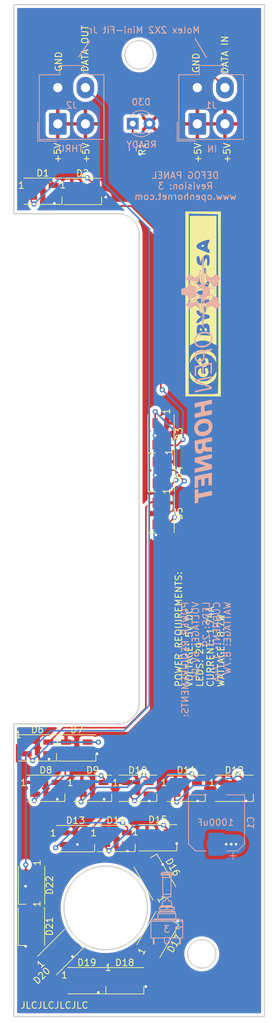
<source format=kicad_pcb>
(kicad_pcb (version 20211014) (generator pcbnew)
  (title_block (title "DEFOT PANEL") (date "2023-02-10") (rev "3"))
  (layers (0 "F.Cu" signal) (31 "B.Cu" signal) (34 "B.Paste" user) (35 "F.Paste" user) (36 "B.SilkS" user "B.Silkscreen") (37 "F.SilkS" user "F.Silkscreen") (38 "B.Mask" user) (39 "F.Mask" user) (44 "Edge.Cuts" user))
  (net 0 "")
  (net 1 "/LEDGND")
  (net 2 "/LED+5V")
  (net 3 "Net-(D1-Pad2)")
  (net 4 "/DATAIN")
  (net 5 "Net-(D2-Pad2)")
  (net 6 "Net-(D3-Pad2)")
  (net 7 "Net-(D4-Pad2)")
  (net 8 "Net-(D5-Pad2)")
  (net 9 "Net-(D6-Pad2)")
  (net 10 "Net-(D7-Pad2)")
  (net 11 "Net-(D8-Pad2)")
  (net 12 "Net-(D10-Pad4)")
  (net 13 "Net-(D10-Pad2)")
  (net 14 "Net-(D11-Pad2)")
  (net 15 "/DATAOUT1")
  (net 16 "Net-(D13-Pad2)")
  (net 17 "Net-(D14-Pad2)")
  (net 18 "Net-(D15-Pad2)")
  (net 19 "Net-(D16-Pad2)")
  (net 20 "Net-(D17-Pad2)")
  (net 21 "Net-(D18-Pad2)")
  (net 22 "Net-(D19-Pad2)")
  (net 23 "Net-(D20-Pad2)")
  (net 24 "Net-(D21-Pad2)")
  (net 25 "/DATAOUT")
  (net 26 "Net-(D30-Pad1)")
  (footprint "OH_Footprints:LED_WS2812B-MINI_PLCC4_3.5x3.5mm_P1.75mm" (layer "F.Cu") (at 125.05 59.045)
    (fp_text reference "D1" (at 0 -2.75) (layer "F.SilkS"))
    (fp_text value "WS2812B-Mini")
    (fp_text user "1" (at -3.260882 -0.892716) (layer "F.SilkS"))
    (pad "1" smd rect (at -1.64 -0.89) (size 1.5 0.8) (layers "F.Cu" "F.Paste" "F.Mask") (net 2 "/LED+5V"))
    (pad "2" smd rect (at -1.64 0.89) (size 1.5 0.8) (layers "F.Cu" "F.Paste" "F.Mask") (net 3 "Net-(D1-Pad2)"))
    (pad "3" smd rect (at 1.64 0.89) (size 1.5 0.8) (layers "F.Cu" "F.Paste" "F.Mask") (net 1 "/LEDGND"))
    (pad "4" smd rect (at 1.64 -0.89) (size 1.5 0.8) (layers "F.Cu" "F.Paste" "F.Mask") (net 4 "/DATAIN"))
  )
  (footprint "OH_Footprints:LED_WS2812B-MINI_PLCC4_3.5x3.5mm_P1.75mm" (layer "F.Cu") (at 131.08 59.08)
    (fp_text reference "D2" (at 0 -2.75) (layer "F.SilkS"))
    (fp_text value "WS2812B-Mini")
    (fp_text user "1" (at -2.999579 -0.975522) (layer "F.SilkS"))
    (pad "1" smd rect (at -1.64 -0.89) (size 1.5 0.8) (layers "F.Cu" "F.Paste" "F.Mask") (net 2 "/LED+5V"))
    (pad "2" smd rect (at -1.64 0.89) (size 1.5 0.8) (layers "F.Cu" "F.Paste" "F.Mask") (net 5 "Net-(D2-Pad2)"))
    (pad "3" smd rect (at 1.64 0.89) (size 1.5 0.8) (layers "F.Cu" "F.Paste" "F.Mask") (net 1 "/LEDGND"))
    (pad "4" smd rect (at 1.64 -0.89) (size 1.5 0.8) (layers "F.Cu" "F.Paste" "F.Mask") (net 3 "Net-(D1-Pad2)"))
  )
  (footprint "OH_Footprints:LED_WS2812B-MINI_PLCC4_3.5x3.5mm_P1.75mm" (layer "F.Cu") (at 143.005 95.89 -90)
    (fp_text reference "D3" (at 0 -2.75 -90) (layer "F.SilkS"))
    (fp_text value "WS2812B-Mini")
    (fp_text user "1" (at -3.4 -0.85 -90) (layer "F.SilkS"))
    (pad "1" smd rect (at -1.64 -0.89 270) (size 1.5 0.8) (layers "F.Cu" "F.Paste" "F.Mask") (net 2 "/LED+5V"))
    (pad "2" smd rect (at -1.64 0.89 270) (size 1.5 0.8) (layers "F.Cu" "F.Paste" "F.Mask") (net 6 "Net-(D3-Pad2)"))
    (pad "3" smd rect (at 1.64 0.89 270) (size 1.5 0.8) (layers "F.Cu" "F.Paste" "F.Mask") (net 1 "/LEDGND"))
    (pad "4" smd rect (at 1.64 -0.89 270) (size 1.5 0.8) (layers "F.Cu" "F.Paste" "F.Mask") (net 5 "Net-(D2-Pad2)"))
  )
  (footprint "OH_Footprints:LED_WS2812B-MINI_PLCC4_3.5x3.5mm_P1.75mm" (layer "F.Cu") (at 143.035 101.78 -90)
    (fp_text reference "D4" (at 0 -2.75 -90) (layer "F.SilkS"))
    (fp_text value "WS2812B-Mini")
    (fp_text user "1" (at -3.08926 -1.189424 -90) (layer "F.SilkS"))
    (pad "1" smd rect (at -1.64 -0.89 270) (size 1.5 0.8) (layers "F.Cu" "F.Paste" "F.Mask") (net 2 "/LED+5V"))
    (pad "2" smd rect (at -1.64 0.89 270) (size 1.5 0.8) (layers "F.Cu" "F.Paste" "F.Mask") (net 7 "Net-(D4-Pad2)"))
    (pad "3" smd rect (at 1.64 0.89 270) (size 1.5 0.8) (layers "F.Cu" "F.Paste" "F.Mask") (net 1 "/LEDGND"))
    (pad "4" smd rect (at 1.64 -0.89 270) (size 1.5 0.8) (layers "F.Cu" "F.Paste" "F.Mask") (net 6 "Net-(D3-Pad2)"))
  )
  (footprint "OH_Footprints:LED_WS2812B-MINI_PLCC4_3.5x3.5mm_P1.75mm" (layer "F.Cu") (at 143.015 108 -90)
    (fp_text reference "D5" (at 0 -2.75 -90) (layer "F.SilkS"))
    (fp_text value "WS2812B-Mini")
    (fp_text user "1" (at -3.4 -0.85 -90) (layer "F.SilkS"))
    (pad "1" smd rect (at -1.64 -0.89 270) (size 1.5 0.8) (layers "F.Cu" "F.Paste" "F.Mask") (net 2 "/LED+5V"))
    (pad "2" smd rect (at -1.64 0.89 270) (size 1.5 0.8) (layers "F.Cu" "F.Paste" "F.Mask") (net 8 "Net-(D5-Pad2)"))
    (pad "3" smd rect (at 1.64 0.89 270) (size 1.5 0.8) (layers "F.Cu" "F.Paste" "F.Mask") (net 1 "/LEDGND"))
    (pad "4" smd rect (at 1.64 -0.89 270) (size 1.5 0.8) (layers "F.Cu" "F.Paste" "F.Mask") (net 7 "Net-(D4-Pad2)"))
  )
  (footprint "OH_Footprints:LED_WS2812B-MINI_PLCC4_3.5x3.5mm_P1.75mm" (layer "F.Cu") (at 124.23 143.585)
    (fp_text reference "D6" (at 0 -2.75) (layer "F.SilkS"))
    (fp_text value "WS2812B-Mini")
    (fp_text user "1" (at -2.9 -2) (layer "F.SilkS"))
    (pad "1" smd rect (at -1.64 -0.89) (size 1.5 0.8) (layers "F.Cu" "F.Paste" "F.Mask") (net 2 "/LED+5V"))
    (pad "2" smd rect (at -1.64 0.89) (size 1.5 0.8) (layers "F.Cu" "F.Paste" "F.Mask") (net 9 "Net-(D6-Pad2)"))
    (pad "3" smd rect (at 1.64 0.89) (size 1.5 0.8) (layers "F.Cu" "F.Paste" "F.Mask") (net 1 "/LEDGND"))
    (pad "4" smd rect (at 1.64 -0.89) (size 1.5 0.8) (layers "F.Cu" "F.Paste" "F.Mask") (net 8 "Net-(D5-Pad2)"))
  )
  (footprint "OH_Footprints:LED_WS2812B-MINI_PLCC4_3.5x3.5mm_P1.75mm" (layer "F.Cu") (at 130.21 143.59)
    (fp_text reference "D7" (at 0 -2.75) (layer "F.SilkS"))
    (fp_text value "WS2812B-Mini")
    (fp_text user "1" (at -2.964964 -0.84522) (layer "F.SilkS"))
    (pad "1" smd rect (at -1.64 -0.89) (size 1.5 0.8) (layers "F.Cu" "F.Paste" "F.Mask") (net 2 "/LED+5V"))
    (pad "2" smd rect (at -1.64 0.89) (size 1.5 0.8) (layers "F.Cu" "F.Paste" "F.Mask") (net 10 "Net-(D7-Pad2)"))
    (pad "3" smd rect (at 1.64 0.89) (size 1.5 0.8) (layers "F.Cu" "F.Paste" "F.Mask") (net 1 "/LEDGND"))
    (pad "4" smd rect (at 1.64 -0.89) (size 1.5 0.8) (layers "F.Cu" "F.Paste" "F.Mask") (net 9 "Net-(D6-Pad2)"))
  )
  (footprint "OH_Footprints:LED_WS2812B-MINI_PLCC4_3.5x3.5mm_P1.75mm" (layer "F.Cu") (at 125.504 149.719)
    (fp_text reference "D8" (at 0 -2.75) (layer "F.SilkS"))
    (fp_text value "WS2812B-Mini")
    (fp_text user "1" (at -3.4 -0.85) (layer "F.SilkS"))
    (pad "1" smd rect (at -1.64 -0.89) (size 1.5 0.8) (layers "F.Cu" "F.Paste" "F.Mask") (net 2 "/LED+5V"))
    (pad "2" smd rect (at -1.64 0.89) (size 1.5 0.8) (layers "F.Cu" "F.Paste" "F.Mask") (net 11 "Net-(D8-Pad2)"))
    (pad "3" smd rect (at 1.64 0.89) (size 1.5 0.8) (layers "F.Cu" "F.Paste" "F.Mask") (net 1 "/LEDGND"))
    (pad "4" smd rect (at 1.64 -0.89) (size 1.5 0.8) (layers "F.Cu" "F.Paste" "F.Mask") (net 10 "Net-(D7-Pad2)"))
  )
  (footprint "OH_Footprints:LED_WS2812B-MINI_PLCC4_3.5x3.5mm_P1.75mm" (layer "F.Cu") (at 132.616 149.719)
    (fp_text reference "D9" (at 0 -2.75) (layer "F.SilkS"))
    (fp_text value "WS2812B-Mini")
    (fp_text user "1" (at -3.4 -0.85) (layer "F.SilkS"))
    (pad "1" smd rect (at -1.64 -0.89) (size 1.5 0.8) (layers "F.Cu" "F.Paste" "F.Mask") (net 2 "/LED+5V"))
    (pad "2" smd rect (at -1.64 0.89) (size 1.5 0.8) (layers "F.Cu" "F.Paste" "F.Mask") (net 12 "Net-(D10-Pad4)"))
    (pad "3" smd rect (at 1.64 0.89) (size 1.5 0.8) (layers "F.Cu" "F.Paste" "F.Mask") (net 1 "/LEDGND"))
    (pad "4" smd rect (at 1.64 -0.89) (size 1.5 0.8) (layers "F.Cu" "F.Paste" "F.Mask") (net 11 "Net-(D8-Pad2)"))
  )
  (footprint "OH_Footprints:LED_WS2812B-MINI_PLCC4_3.5x3.5mm_P1.75mm" (layer "F.Cu") (at 139.474 149.719)
    (fp_text reference "D10" (at 0 -2.75) (layer "F.SilkS"))
    (fp_text value "WS2812B-Mini")
    (fp_text user "1" (at -3.4 -0.85) (layer "F.SilkS"))
    (pad "1" smd rect (at -1.64 -0.89) (size 1.5 0.8) (layers "F.Cu" "F.Paste" "F.Mask") (net 2 "/LED+5V"))
    (pad "2" smd rect (at -1.64 0.89) (size 1.5 0.8) (layers "F.Cu" "F.Paste" "F.Mask") (net 13 "Net-(D10-Pad2)"))
    (pad "3" smd rect (at 1.64 0.89) (size 1.5 0.8) (layers "F.Cu" "F.Paste" "F.Mask") (net 1 "/LEDGND"))
    (pad "4" smd rect (at 1.64 -0.89) (size 1.5 0.8) (layers "F.Cu" "F.Paste" "F.Mask") (net 12 "Net-(D10-Pad4)"))
  )
  (footprint "OH_Footprints:LED_WS2812B-MINI_PLCC4_3.5x3.5mm_P1.75mm" (layer "F.Cu") (at 146.84 149.719)
    (fp_text reference "D11" (at 0 -2.75) (layer "F.SilkS"))
    (fp_text value "WS2812B-Mini")
    (fp_text user "1" (at -3.4 -0.85) (layer "F.SilkS"))
    (pad "1" smd rect (at -1.64 -0.89) (size 1.5 0.8) (layers "F.Cu" "F.Paste" "F.Mask") (net 2 "/LED+5V"))
    (pad "2" smd rect (at -1.64 0.89) (size 1.5 0.8) (layers "F.Cu" "F.Paste" "F.Mask") (net 14 "Net-(D11-Pad2)"))
    (pad "3" smd rect (at 1.64 0.89) (size 1.5 0.8) (layers "F.Cu" "F.Paste" "F.Mask") (net 1 "/LEDGND"))
    (pad "4" smd rect (at 1.64 -0.89) (size 1.5 0.8) (layers "F.Cu" "F.Paste" "F.Mask") (net 13 "Net-(D10-Pad2)"))
  )
  (footprint "OH_Footprints:LED_WS2812B-MINI_PLCC4_3.5x3.5mm_P1.75mm" (layer "F.Cu") (at 154.15 149.719)
    (fp_text reference "D12" (at 0 -2.75) (layer "F.SilkS"))
    (fp_text value "WS2812B-Mini")
    (fp_text user "1" (at -3.4 -0.85) (layer "F.SilkS"))
    (pad "1" smd rect (at -1.64 -0.89) (size 1.5 0.8) (layers "F.Cu" "F.Paste" "F.Mask") (net 2 "/LED+5V"))
    (pad "2" smd rect (at -1.64 0.89) (size 1.5 0.8) (layers "F.Cu" "F.Paste" "F.Mask") (net 15 "/DATAOUT1"))
    (pad "3" smd rect (at 1.64 0.89) (size 1.5 0.8) (layers "F.Cu" "F.Paste" "F.Mask") (net 1 "/LEDGND"))
    (pad "4" smd rect (at 1.64 -0.89) (size 1.5 0.8) (layers "F.Cu" "F.Paste" "F.Mask") (net 14 "Net-(D11-Pad2)"))
  )
  (footprint "OH_Footprints:LED_WS2812B-MINI_PLCC4_3.5x3.5mm_P1.75mm" (layer "F.Cu") (at 130.02 157.367)
    (fp_text reference "D13" (at 0 -2.75) (layer "F.SilkS"))
    (fp_text value "WS2812B-Mini")
    (fp_text user "1" (at -3.4 -0.85) (layer "F.SilkS"))
    (pad "1" smd rect (at -1.64 -0.89) (size 1.5 0.8) (layers "F.Cu" "F.Paste" "F.Mask") (net 2 "/LED+5V"))
    (pad "2" smd rect (at -1.64 0.89) (size 1.5 0.8) (layers "F.Cu" "F.Paste" "F.Mask") (net 16 "Net-(D13-Pad2)"))
    (pad "3" smd rect (at 1.64 0.89) (size 1.5 0.8) (layers "F.Cu" "F.Paste" "F.Mask") (net 1 "/LEDGND"))
    (pad "4" smd rect (at 1.64 -0.89) (size 1.5 0.8) (layers "F.Cu" "F.Paste" "F.Mask") (net 15 "/DATAOUT1"))
  )
  (footprint "OH_Footprints:LED_WS2812B-MINI_PLCC4_3.5x3.5mm_P1.75mm" (layer "F.Cu") (at 136.172 157.339)
    (fp_text reference "D14" (at 0 -2.75) (layer "F.SilkS"))
    (fp_text value "WS2812B-Mini")
    (fp_text user "1" (at -3.4 -0.85) (layer "F.SilkS"))
    (pad "1" smd rect (at -1.64 -0.89) (size 1.5 0.8) (layers "F.Cu" "F.Paste" "F.Mask") (net 2 "/LED+5V"))
    (pad "2" smd rect (at -1.64 0.89) (size 1.5 0.8) (layers "F.Cu" "F.Paste" "F.Mask") (net 17 "Net-(D14-Pad2)"))
    (pad "3" smd rect (at 1.64 0.89) (size 1.5 0.8) (layers "F.Cu" "F.Paste" "F.Mask") (net 1 "/LEDGND"))
    (pad "4" smd rect (at 1.64 -0.89) (size 1.5 0.8) (layers "F.Cu" "F.Paste" "F.Mask") (net 16 "Net-(D13-Pad2)"))
  )
  (footprint "OH_Footprints:LED_WS2812B-MINI_PLCC4_3.5x3.5mm_P1.75mm" (layer "F.Cu") (at 142.522 157.226)
    (fp_text reference "D15" (at 0 -2.75) (layer "F.SilkS"))
    (fp_text value "WS2812B-Mini")
    (fp_text user "1" (at -3.4 -0.85) (layer "F.SilkS"))
    (pad "1" smd rect (at -1.64 -0.89) (size 1.5 0.8) (layers "F.Cu" "F.Paste" "F.Mask") (net 2 "/LED+5V"))
    (pad "2" smd rect (at -1.64 0.89) (size 1.5 0.8) (layers "F.Cu" "F.Paste" "F.Mask") (net 18 "Net-(D15-Pad2)"))
    (pad "3" smd rect (at 1.64 0.89) (size 1.5 0.8) (layers "F.Cu" "F.Paste" "F.Mask") (net 1 "/LEDGND"))
    (pad "4" smd rect (at 1.64 -0.89) (size 1.5 0.8) (layers "F.Cu" "F.Paste" "F.Mask") (net 17 "Net-(D14-Pad2)"))
  )
  (footprint "OH_Footprints:LED_WS2812B-MINI_PLCC4_3.5x3.5mm_P1.75mm" (layer "F.Cu") (at 123.335 164.43 -90)
    (fp_text reference "D22" (at 0 -2.75 -90) (layer "F.SilkS"))
    (fp_text value "WS2812B-Mini")
    (fp_text user "1" (at -3.4 -0.85 -90) (layer "F.SilkS"))
    (pad "1" smd rect (at -1.64 -0.89 270) (size 1.5 0.8) (layers "F.Cu" "F.Paste" "F.Mask") (net 2 "/LED+5V"))
    (pad "2" smd rect (at -1.64 0.89 270) (size 1.5 0.8) (layers "F.Cu" "F.Paste" "F.Mask") (net 25 "/DATAOUT"))
    (pad "3" smd rect (at 1.64 0.89 270) (size 1.5 0.8) (layers "F.Cu" "F.Paste" "F.Mask") (net 1 "/LEDGND"))
    (pad "4" smd rect (at 1.64 -0.89 270) (size 1.5 0.8) (layers "F.Cu" "F.Paste" "F.Mask") (net 24 "Net-(D21-Pad2)"))
  )
  (footprint "OH_Footprints:LED_WS2812B-MINI_PLCC4_3.5x3.5mm_P1.75mm" (layer "F.Cu") (at 123.315 170.69 -90)
    (fp_text reference "D21" (at 0 -2.75 -90) (layer "F.SilkS"))
    (fp_text value "WS2812B-Mini")
    (fp_text user "1" (at -3.4 -0.85 -90) (layer "F.SilkS"))
    (pad "1" smd rect (at -1.64 -0.89 270) (size 1.5 0.8) (layers "F.Cu" "F.Paste" "F.Mask") (net 2 "/LED+5V"))
    (pad "2" smd rect (at -1.64 0.89 270) (size 1.5 0.8) (layers "F.Cu" "F.Paste" "F.Mask") (net 24 "Net-(D21-Pad2)"))
    (pad "3" smd rect (at 1.64 0.89 270) (size 1.5 0.8) (layers "F.Cu" "F.Paste" "F.Mask") (net 1 "/LEDGND"))
    (pad "4" smd rect (at 1.64 -0.89 270) (size 1.5 0.8) (layers "F.Cu" "F.Paste" "F.Mask") (net 23 "Net-(D20-Pad2)"))
  )
  (footprint "OH_Footprints:R_0603_1608Metric" (layer "F.Cu") (at 138.72 52.66 -90)
    (fp_text reference "R1" (at 0 -1.43 -90) (layer "F.SilkS"))
    (fp_text value "R")
    (pad "1" smd roundrect (at -0.825 0 270) (size 0.8 0.95) (layers "F.Cu" "F.Paste" "F.Mask") (net 26 "Net-(D30-Pad1)"))
    (pad "2" smd roundrect (at 0.825 0 270) (size 0.8 0.95) (layers "F.Cu" "F.Paste" "F.Mask") (net 1 "/LEDGND"))
  )
  (footprint "OH_Footprints:LED_WS2812B-MINI_PLCC4_3.5x3.5mm_P1.75mm" (layer "F.Cu") (at 142.53 171.935 60)
    (fp_text reference "D17" (at 0.087525 2.883288 60) (layer "F.SilkS"))
    (fp_text value "WS2812B-Mini")
    (fp_text user "1" (at -3.4 -0.85 60) (layer "F.SilkS"))
    (pad "1" smd rect (at -1.64 -0.89 60) (size 1.5 0.8) (layers "F.Cu" "F.Paste" "F.Mask") (net 2 "/LED+5V"))
    (pad "2" smd rect (at -1.64 0.89 60) (size 1.5 0.8) (layers "F.Cu" "F.Paste" "F.Mask") (net 20 "Net-(D17-Pad2)"))
    (pad "3" smd rect (at 1.64 0.89 60) (size 1.5 0.8) (layers "F.Cu" "F.Paste" "F.Mask") (net 1 "/LEDGND"))
    (pad "4" smd rect (at 1.64 -0.89 60) (size 1.5 0.8) (layers "F.Cu" "F.Paste" "F.Mask") (net 19 "Net-(D16-Pad2)"))
  )
  (footprint "OH_Footprints:LED_WS2812B-MINI_PLCC4_3.5x3.5mm_P1.75mm" (layer "F.Cu") (at 142.097 163.202 120)
    (fp_text reference "D16" (at -0.044105 3.094001 120) (layer "F.SilkS"))
    (fp_text value "WS2812B-Mini")
    (fp_text user "1" (at -3.4 -0.85 120) (layer "F.SilkS"))
    (pad "1" smd rect (at -1.64 -0.89 120) (size 1.5 0.8) (layers "F.Cu" "F.Paste" "F.Mask") (net 2 "/LED+5V"))
    (pad "2" smd rect (at -1.64 0.89 120) (size 1.5 0.8) (layers "F.Cu" "F.Paste" "F.Mask") (net 19 "Net-(D16-Pad2)"))
    (pad "3" smd rect (at 1.64 0.89 120) (size 1.5 0.8) (layers "F.Cu" "F.Paste" "F.Mask") (net 1 "/LEDGND"))
    (pad "4" smd rect (at 1.64 -0.89 120) (size 1.5 0.8) (layers "F.Cu" "F.Paste" "F.Mask") (net 18 "Net-(D15-Pad2)"))
  )
  (footprint "OH_Footprints:LED_WS2812B-MINI_PLCC4_3.5x3.5mm_P1.75mm" (layer "F.Cu") (at 127.724 174.599 45)
    (fp_text reference "D20" (at -4.537865 0.53245 45) (layer "F.SilkS"))
    (fp_text value "WS2812B-Mini")
    (fp_text user "1" (at -3.4 -0.85 45) (layer "F.SilkS"))
    (pad "1" smd rect (at -1.64 -0.89 45) (size 1.5 0.8) (layers "F.Cu" "F.Paste" "F.Mask") (net 2 "/LED+5V"))
    (pad "2" smd rect (at -1.64 0.89 45) (size 1.5 0.8) (layers "F.Cu" "F.Paste" "F.Mask") (net 23 "Net-(D20-Pad2)"))
    (pad "3" smd rect (at 1.64 0.89 45) (size 1.5 0.8) (layers "F.Cu" "F.Paste" "F.Mask") (net 1 "/LEDGND"))
    (pad "4" smd rect (at 1.64 -0.89 45) (size 1.5 0.8) (layers "F.Cu" "F.Paste" "F.Mask") (net 22 "Net-(D19-Pad2)"))
  )
  (footprint "OH_Footprints:LED_WS2812B-MINI_PLCC4_3.5x3.5mm_P1.75mm" (layer "F.Cu") (at 131.73 178.935)
    (fp_text reference "D19" (at 0 -2.75) (layer "F.SilkS"))
    (fp_text value "WS2812B-Mini")
    (fp_text user "1" (at -3.4 -0.85) (layer "F.SilkS"))
    (pad "1" smd rect (at -1.64 -0.89) (size 1.5 0.8) (layers "F.Cu" "F.Paste" "F.Mask") (net 2 "/LED+5V"))
    (pad "2" smd rect (at -1.64 0.89) (size 1.5 0.8) (layers "F.Cu" "F.Paste" "F.Mask") (net 22 "Net-(D19-Pad2)"))
    (pad "3" smd rect (at 1.64 0.89) (size 1.5 0.8) (layers "F.Cu" "F.Paste" "F.Mask") (net 1 "/LEDGND"))
    (pad "4" smd rect (at 1.64 -0.89) (size 1.5 0.8) (layers "F.Cu" "F.Paste" "F.Mask") (net 21 "Net-(D18-Pad2)"))
  )
  (footprint "OH_Footprints:LED_WS2812B-MINI_PLCC4_3.5x3.5mm_P1.75mm" (layer "F.Cu") (at 137.497 178.947)
    (fp_text reference "D18" (at 0 -2.75) (layer "F.SilkS"))
    (fp_text value "WS2812B-Mini")
    (fp_text user "1" (at -2.50443 -2.012) (layer "F.SilkS"))
    (pad "1" smd rect (at -1.64 -0.89) (size 1.5 0.8) (layers "F.Cu" "F.Paste" "F.Mask") (net 2 "/LED+5V"))
    (pad "2" smd rect (at -1.64 0.89) (size 1.5 0.8) (layers "F.Cu" "F.Paste" "F.Mask") (net 21 "Net-(D18-Pad2)"))
    (pad "3" smd rect (at 1.64 0.89) (size 1.5 0.8) (layers "F.Cu" "F.Paste" "F.Mask") (net 1 "/LEDGND"))
    (pad "4" smd rect (at 1.64 -0.89) (size 1.5 0.8) (layers "F.Cu" "F.Paste" "F.Mask") (net 20 "Net-(D17-Pad2)"))
  )
  (footprint "OH_General:CC-BY-NC-SA-Small" (layer "F.Cu") (at 149.41 76.25 90)
    (fp_text reference "G1" hide)
    (fp_text value "LOGO" hide)
  )
  (footprint "OH_Backlighting:S3AL_Toggle_Silkscreen" (layer "F.Cu") (at 143.76 168.04)
    (fp_text reference "G2" hide)
    (fp_text value "S3AL Toggle" hide)
    (fp_text user "3" (at 0.125 3.075) (layer "B.SilkS") (effects (justify mirror)))
  )
  (footprint "OH_Footprints:CP_Elec_8x10" (layer "B.Cu") (at 151.45 154.97 90)
    (fp_text reference "C1" (at 0 5.2 270) (layer "B.SilkS") (effects (justify mirror)))
    (fp_text value "C_Polarized")
    (pad "1" smd roundrect (at -3.25 0 90) (size 3.5 2.5) (layers "B.Cu" "B.Paste" "B.Mask") (roundrect_rratio 0.1) (net 2 "/LED+5V"))
    (pad "2" smd roundrect (at 3.25 0 90) (size 3.5 2.5) (layers "B.Cu" "B.Paste" "B.Mask") (roundrect_rratio 0.1) (net 1 "/LEDGND"))
  )
  (footprint "OH_Footprints:LED_D3.0mm" (layer "B.Cu") (at 138.71 48.78)
    (fp_text reference "D30" (at 1.289848 -3.270424 180) (layer "B.SilkS") (effects (justify mirror)))
    (fp_text value "LED")
    (pad "1" thru_hole rect (at 0 0) (size 1.8 1.8) (drill 0.9) (layers *.Cu *.Mask) (net 26 "Net-(D30-Pad1)"))
    (pad "2" thru_hole circle (at 2.54 0) (size 1.8 1.8) (drill 0.9) (layers *.Cu *.Mask) (net 2 "/LED+5V"))
  )
  (footprint "OH_Footprints:Molex_Mini-Fit_Jr_5566-04A_2x02_P4.20mm_Vertical" (layer "B.Cu") (at 148.53 48.82)
    (fp_text reference "J1" (at 2.1 -2.820624 180) (layer "B.SilkS") (effects (justify mirror)))
    (fp_text value "Conn_01x04_Female")
    (pad "1" thru_hole roundrect (at 0 0) (size 2.7 3.3) (drill 1.4) (layers *.Cu *.Mask) (roundrect_rratio 0.09259296296) (net 2 "/LED+5V"))
    (pad "2" thru_hole oval (at 4.2 0) (size 2.7 3.3) (drill 1.4) (layers *.Cu *.Mask) (net 2 "/LED+5V"))
    (pad "3" thru_hole oval (at 0 -5.5) (size 2.7 3.3) (drill 1.4) (layers *.Cu *.Mask) (net 1 "/LEDGND"))
    (pad "4" thru_hole oval (at 4.2 -5.5) (size 2.7 3.3) (drill 1.4) (layers *.Cu *.Mask) (net 4 "/DATAIN"))
  )
  (footprint "OH_Footprints:Molex_Mini-Fit_Jr_5566-04A_2x02_P4.20mm_Vertical" (layer "B.Cu") (at 127.32 48.82)
    (fp_text reference "J2" (at 2.1 -2.820624 180) (layer "B.SilkS") (effects (justify mirror)))
    (fp_text value "Conn_01x04_Female")
    (pad "1" thru_hole roundrect (at 0 0) (size 2.7 3.3) (drill 1.4) (layers *.Cu *.Mask) (roundrect_rratio 0.09259296296) (net 2 "/LED+5V"))
    (pad "2" thru_hole oval (at 4.2 0) (size 2.7 3.3) (drill 1.4) (layers *.Cu *.Mask) (net 2 "/LED+5V"))
    (pad "3" thru_hole oval (at 0 -5.5) (size 2.7 3.3) (drill 1.4) (layers *.Cu *.Mask) (net 1 "/LEDGND"))
    (pad "4" thru_hole oval (at 4.2 -5.5) (size 2.7 3.3) (drill 1.4) (layers *.Cu *.Mask) (net 25 "/DATAOUT"))
  )
  (footprint "OH_General:OH_LOGO_37.7mm_5.9mm" (layer "B.Cu") (at 149.07 87.63 -90)
    (fp_text reference "G3" hide)
    (fp_text value "LOGO" hide)
  )
  (gr_line (start 132.19 36.22) (end 130.5 38.65) (layer "B.SilkS") (width 0.15))
  (gr_line (start 148.2 35.9) (end 149.94 38.78) (layer "B.SilkS") (width 0.15))
  (gr_circle (center 149.209016 174.862625) (end 151.361666 174.862625) (layer "Edge.Cuts") (width 0.2) (fill none))
  (gr_arc (start 139.684016 136.762625) (mid 138.75408 139.007689) (end 136.509016 139.937625) (layer "Edge.Cuts") (width 0.2))
  (gr_line (start 139.684016 65.642626) (end 139.684016 136.762625) (layer "Edge.Cuts") (width 0.2))
  (gr_line (start 136.509016 139.937625) (end 120.634016 139.937625) (layer "Edge.Cuts") (width 0.2))
  (gr_line (start 158.734016 30.717627) (end 120.634016 30.717627) (layer "Edge.Cuts") (width 0.2))
  (gr_circle (center 139.684016 38.337625) (end 141.836666 38.337625) (layer "Edge.Cuts") (width 0.2) (fill none))
  (gr_line (start 120.634016 62.467625) (end 136.509016 62.467625) (layer "Edge.Cuts") (width 0.2))
  (gr_line (start 120.634016 139.937625) (end 120.634016 184.387625) (layer "Edge.Cuts") (width 0.2))
  (gr_circle (center 134.604016 167.877625) (end 140.954016 167.877625) (layer "Edge.Cuts") (width 0.2) (fill none))
  (gr_line (start 158.734016 184.387625) (end 158.734016 30.717627) (layer "Edge.Cuts") (width 0.2))
  (gr_line (start 120.634016 30.717627) (end 120.634016 62.467628) (layer "Edge.Cuts") (width 0.2))
  (gr_arc (start 136.509016 62.467625) (mid 138.75408 63.397561) (end 139.684016 65.642625) (layer "Edge.Cuts") (width 0.2))
  (gr_line (start 120.634016 184.387625) (end 158.734016 184.387625) (layer "Edge.Cuts") (width 0.2))
  (gr_text "DEFOG PANEL\nRevision: 3\nwww.openhornet.com" (at 146.72 58.25) (layer "B.SilkS") (effects (font (size 1 1)) (justify mirror)))
  (gr_text "POWER REQUIREMENTS:\nVOLTAGE: 5V DC\nLEDS: 29\nCURRENT: 1.74A\nWATTAGE: 8.7W" (at 149.9 121.28 90) (layer "B.SilkS") (effects (font (size 1 1)) (justify left mirror)))
  (gr_text "THRU" (at 129.26 52.59) (layer "B.SilkS") (effects (font (size 1 1)) (justify mirror)))
  (gr_text "READY" (at 140.05 51.97) (layer "B.SilkS") (effects (font (size 1 1)) (justify mirror)))
  (gr_text "IN" (at 150.79 52.65) (layer "B.SilkS") (effects (font (size 1 1)) (justify mirror)))
  (gr_text "1000uF" (at 151.3 154.91) (layer "B.SilkS") (effects (font (size 1 1)) (justify mirror)))
  (gr_text "Molex 2X2 Mini-Fit Jr." (at 140.24 34.58) (layer "B.SilkS") (effects (font (size 1 1)) (justify mirror)))
  (gr_text "GND" (at 148.34 39.57 90) (layer "F.SilkS") (effects (font (size 1 1))))
  (gr_text "DATA IN" (at 152.72 38.31 90) (layer "F.SilkS") (effects (font (size 1 1))))
  (gr_text "+5V" (at 148.61 53.21 90) (layer "F.SilkS") (effects (font (size 1 1))))
  (gr_text "POWER REQUIREMENTS:\nVOLTAGE: 5V DC\nLEDS: 29\nCURRENT: 1.74A\nWATTAGE: 8.7W" (at 148.91 134.42 90) (layer "F.SilkS") (effects (font (size 1 1)) (justify left)))
  (gr_text "GND" (at 127.45 39.36 90) (layer "F.SilkS") (effects (font (size 1 1))))
  (gr_text "+5V" (at 153.05 53.21 90) (layer "F.SilkS") (effects (font (size 1 1))))
  (gr_text "DATA OUT" (at 131.46 37.38 90) (layer "F.SilkS") (effects (font (size 1 1))))
  (gr_text "+5V" (at 131.62 53.21 90) (layer "F.SilkS") (effects (font (size 1 1))))
  (gr_text "+5V" (at 127.29 53.21 90) (layer "F.SilkS") (effects (font (size 1 1))))
  (gr_text "JLCJLCJLCJLC" (at 126.8 182.675) (layer "F.SilkS") (effects (font (size 1 1))))
  (segment (start 137.922 159.258) (end 137.922 159.258) (width 0.5) (layer "F.Cu") (net 1))
  (segment (start 142.16 103.53) (end 142.16 102.188) (width 0.5) (layer "F.Cu") (net 1))
  (segment (start 137.922 158.214) (end 137.922 159.258) (width 0.5) (layer "F.Cu") (net 1))
  (segment (start 129.56 174.62) (end 129.54 175.26) (width 0.5) (layer "F.Cu") (net 1))
  (segment (start 144.163 170.857) (end 144.6285 170.3915) (width 0.5) (layer "F.Cu") (net 1))
  (segment (start 141.224 150.594) (end 141.224 151.638) (width 0.5) (layer "F.Cu") (net 1))
  (segment (start 142.618 161.2695) (end 143.256 161.29) (width 0.5) (layer "F.Cu") (net 1))
  (segment (start 145.094 169.926) (end 145.542 169.926) (width 0.5) (layer "F.Cu") (net 1))
  (segment (start 144.6285 170.3915) (end 144.6283 170.3915) (width 0.5) (layer "F.Cu") (net 1))
  (segment (start 133.48 179.81) (end 133.48 180.724) (width 0.5) (layer "F.Cu") (net 1))
  (segment (start 129.56 174.62) (end 129.5802 174.5998) (width 0.5) (layer "F.Cu") (net 1))
  (segment (start 148.59 150.594) (end 148.59 151.638) (width 0.5) (layer "F.Cu") (net 1))
  (segment (start 155.956 151.638) (end 155.9 151.582) (width 0.5) (layer "F.Cu") (net 1))
  (segment (start 131.77 158.242) (end 130.302 158.242) (width 0.5) (layer "F.Cu") (net 1))
  (segment (start 142.0003 161.2695) (end 141.9798 161.249) (width 0.5) (layer "F.Cu") (net 1))
  (segment (start 141.98 161.249) (end 142.618 161.2695) (width 0.5) (layer "F.Cu") (net 1))
  (segment (start 134.366 150.594) (end 134.366 151.384) (width 0.5) (layer "F.Cu") (net 1))
  (segment (start 122.44 172.44) (end 122.44 173.724) (width 0.5) (layer "F.Cu") (net 1))
  (segment (start 127.254 150.594) (end 127.254 151.384) (width 0.5) (layer "F.Cu") (net 1))
  (segment (start 129.58 173.98) (end 129.56 174.62) (width 0.5) (layer "F.Cu") (net 1))
  (segment (start 125.98 144.46) (end 125.984 145.288) (width 0.5) (layer "F.Cu") (net 1))
  (segment (start 138.72 53.4475) (end 139.808 53.4475) (width 0.5) (layer "F.Cu") (net 1))
  (segment (start 144.6283 170.3915) (end 144.1628 170.857) (width 0.5) (layer "F.Cu") (net 1))
  (segment (start 142.618 161.2695) (end 142.0003 161.2695) (width 0.5) (layer "F.Cu") (net 1))
  (segment (start 144.6285 170.3915) (end 145.094 169.926) (width 0.5) (layer "F.Cu") (net 1))
  (segment (start 144.272 158.101) (end 145.401 158.101) (width 0.5) (layer "F.Cu") (net 1))
  (segment (start 139.247 179.822) (end 140.706 179.822) (width 0.5) (layer "F.Cu") (net 1))
  (segment (start 142.14 109.75) (end 142.24 111.252) (width 0.5) (layer "F.Cu") (net 1))
  (segment (start 143.256 161.29) (end 143.215 161.249) (width 0.5) (layer "F.Cu") (net 1))
  (segment (start 155.9 150.594) (end 155.956 151.638) (width 0.5) (layer "F.Cu") (net 1))
  (segment (start 132.83 59.955) (end 134.609 59.955) (width 0.5) (layer "F.Cu") (net 1))
  (segment (start 126.8 59.92) (end 126.8 60.9) (width 0.5) (layer "F.Cu") (net 1))
  (segment (start 129.5802 174.5998) (end 129.5802 173.9803) (width 0.5) (layer "F.Cu") (net 1))
  (segment (start 131.96 144.465) (end 133.289 144.465) (width 0.5) (layer "F.Cu") (net 1))
  (segment (start 122.428 164.592) (end 122.46 164.624) (width 0.5) (layer "F.Cu") (net 1))
  (segment (start 125.984 145.288) (end 125.98 145.284) (width 0.5) (layer "F.Cu") (net 1))
  (segment (start 122.46 166.18) (end 122.428 164.592) (width 0.5) (layer "F.Cu") (net 1))
  (segment (start 129.54 175.26) (end 129.58 175.22) (width 0.5) (layer "F.Cu") (net 1))
  (segment (start 142.24 111.252) (end 142.14 111.152) (width 0.5) (layer "F.Cu") (net 1))
  (segment (start 142.13 97.64) (end 142.13 96.156) (width 0.5) (layer "F.Cu") (net 1))
  (via (at 129.54 175.26) (size 0.8) (drill 0.4) (layers "F.Cu" "B.Cu") (net 1))
  (via (at 148.59 151.638) (size 0.8) (drill 0.4) (layers "F.Cu" "B.Cu") (net 1))
  (via (at 134.366 151.384) (size 0.8) (drill 0.4) (layers "F.Cu" "B.Cu") (net 1))
  (via (at 145.401 158.101) (size 0.8) (drill 0.4) (layers "F.Cu" "B.Cu") (net 1))
  (via (at 140.706 179.822) (size 0.8) (drill 0.4) (layers "F.Cu" "B.Cu") (net 1))
  (via (at 127.254 151.384) (size 0.8) (drill 0.4) (layers "F.Cu" "B.Cu") (net 1))
  (via (at 143.256 161.29) (size 0.8) (drill 0.4) (layers "F.Cu" "B.Cu") (net 1))
  (via (at 141.224 151.638) (size 0.8) (drill 0.4) (layers "F.Cu" "B.Cu") (net 1))
  (via (at 155.956 151.638) (size 0.8) (drill 0.4) (layers "F.Cu" "B.Cu") (net 1))
  (via (at 145.542 169.926) (size 0.8) (drill 0.4) (layers "F.Cu" "B.Cu") (net 1))
  (via (at 137.922 159.258) (size 0.8) (drill 0.4) (layers "F.Cu" "B.Cu") (net 1))
  (via (at 122.44 173.724) (size 0.8) (drill 0.4) (layers "F.Cu" "B.Cu") (net 1))
  (via (at 125.984 145.288) (size 0.8) (drill 0.4) (layers "F.Cu" "B.Cu") (net 1))
  (via (at 122.428 164.592) (size 0.8) (drill 0.4) (layers "F.Cu" "B.Cu") (net 1))
  (via (at 142.13 96.156) (size 0.8) (drill 0.4) (layers "F.Cu" "B.Cu") (net 1))
  (via (at 134.609 59.955) (size 0.8) (drill 0.4) (layers "F.Cu" "B.Cu") (net 1))
  (via (at 133.48 180.724) (size 0.8) (drill 0.4) (layers "F.Cu" "B.Cu") (net 1))
  (via (at 139.808 53.4475) (size 0.8) (drill 0.4) (layers "F.Cu" "B.Cu") (net 1))
  (via (at 142.16 102.188) (size 0.8) (drill 0.4) (layers "F.Cu" "B.Cu") (net 1))
  (via (at 126.8 60.9) (size 0.8) (drill 0.4) (layers "F.Cu" "B.Cu") (net 1))
  (via (at 133.289 144.465) (size 0.8) (drill 0.4) (layers "F.Cu" "B.Cu") (net 1))
  (via (at 130.302 158.242) (size 0.8) (drill 0.4) (layers "F.Cu" "B.Cu") (net 1))
  (via (at 142.24 111.252) (size 0.8) (drill 0.4) (layers "F.Cu" "B.Cu") (net 1))
  (segment (start 136.144 156.464) (end 136.144 156.464) (width 0.25) (layer "F.Cu") (net 2))
  (segment (start 121.184026 143.229974) (end 121.184026 145.568026) (width 0.5) (layer "F.Cu") (net 2))
  (segment (start 128.46 142.715) (end 128.46 141.796) (width 0.25) (layer "F.Cu") (net 2))
  (segment (start 122.48 142.71) (end 121.704 142.71) (width 0.5) (layer "F.Cu") (net 2))
  (segment (start 134.422 156.464) (end 136.144 156.464) (width 0.25) (layer "F.Cu") (net 2))
  (segment (start 121.184026 145.568026) (end 121.666 146.05) (width 0.5) (layer "F.Cu") (net 2))
  (segment (start 121.704 142.71) (end 121.184026 143.229974) (width 0.5) (layer "F.Cu") (net 2))
  (via (at 152.93 158.22) (size 0.8) (drill 0.4) (layers "F.Cu" "B.Cu") (net 2))
  (via (at 154.41 158.22) (size 0.8) (drill 0.4) (layers "F.Cu" "B.Cu") (net 2))
  (via (at 153.692 158.22) (size 0.8) (drill 0.4) (layers "F.Cu" "B.Cu") (net 2))
  (segment (start 154.41 158.22) (end 154.41 158.22) (width 3) (layer "B.Cu") (net 2))
  (segment (start 153.692 158.22) (end 154.41 158.22) (width 3) (layer "B.Cu") (net 2))
  (segment (start 152.93 158.22) (end 153.692 158.22) (width 3) (layer "B.Cu") (net 2))
  (segment (start 151.45 158.22) (end 152.93 158.22) (width 3) (layer "B.Cu") (net 2))
  (segment (start 123.3 60.6) (end 123.7 61) (width 0.25) (layer "F.Cu") (net 3))
  (segment (start 132.83 58.205) (end 132.83 58.03) (width 0.25) (layer "F.Cu") (net 3))
  (segment (start 123.3 59.92) (end 123.3 60.6) (width 0.25) (layer "F.Cu") (net 3))
  (segment (start 132.83 58.03) (end 131.8 57) (width 0.25) (layer "F.Cu") (net 3))
  (via (at 131.8 57) (size 0.8) (drill 0.4) (layers "F.Cu" "B.Cu") (net 3))
  (via (at 123.7 61) (size 0.8) (drill 0.4) (layers "F.Cu" "B.Cu") (net 3))
  (segment (start 127.7 57) (end 123.7 61) (width 0.25) (layer "B.Cu") (net 3))
  (segment (start 131.8 57) (end 127.7 57) (width 0.25) (layer "B.Cu") (net 3))
  (segment (start 126.492 39.624) (end 124.968 41.148) (width 0.25) (layer "F.Cu") (net 4))
  (segment (start 133.096 39.624) (end 126.492 39.624) (width 0.25) (layer "F.Cu") (net 4))
  (segment (start 126.8 57.966) (end 126.8 58.17) (width 0.25) (layer "F.Cu") (net 4))
  (segment (start 124.968 41.148) (end 124.968 56.134) (width 0.25) (layer "F.Cu") (net 4))
  (segment (start 143.002 42.672) (end 136.144 42.672) (width 0.25) (layer "F.Cu") (net 4))
  (segment (start 152.73 43.32) (end 150.05 40.64) (width 0.25) (layer "F.Cu") (net 4))
  (segment (start 150.05 40.64) (end 145.034 40.64) (width 0.25) (layer "F.Cu") (net 4))
  (segment (start 124.968 56.134) (end 126.8 57.966) (width 0.25) (layer "F.Cu") (net 4))
  (segment (start 136.144 42.672) (end 133.096 39.624) (width 0.25) (layer "F.Cu") (net 4))
  (segment (start 145.034 40.64) (end 143.002 42.672) (width 0.25) (layer "F.Cu") (net 4))
  (segment (start 143.2 89.2) (end 142.9743 88.9743) (width 0.25) (layer "F.Cu") (net 5))
  (segment (start 138.516 61.3) (end 130.5 61.3) (width 0.25) (layer "F.Cu") (net 5))
  (segment (start 145.46 97.64) (end 146.35 96.75) (width 0.25) (layer "F.Cu") (net 5))
  (segment (start 129.33 60.13) (end 129.33 59.955) (width 0.25) (layer "F.Cu") (net 5))
  (segment (start 130.5 61.3) (end 129.33 60.13) (width 0.25) (layer "F.Cu") (net 5))
  (segment (start 143.88 97.64) (end 145.46 97.64) (width 0.25) (layer "F.Cu") (net 5))
  (segment (start 142.9743 88.9743) (end 142.9743 65.7583) (width 0.25) (layer "F.Cu") (net 5))
  (segment (start 142.9743 65.7583) (end 138.516 61.3) (width 0.25) (layer "F.Cu") (net 5))
  (via (at 146.35 96.75) (size 0.8) (drill 0.4) (layers "F.Cu" "B.Cu") (net 5))
  (via (at 143.2 89.2) (size 0.8) (drill 0.4) (layers "F.Cu" "B.Cu") (net 5))
  (segment (start 146.35 92.35) (end 143.2 89.2) (width 0.25) (layer "B.Cu") (net 5))
  (segment (start 146.35 96.75) (end 146.35 92.35) (width 0.25) (layer "B.Cu") (net 5))
  (segment (start 142.13 94.14) (end 142.13 92.53) (width 0.25) (layer "F.Cu") (net 6))
  (segment (start 143.91 103.53) (end 144.67 103.53) (width 0.25) (layer "F.Cu") (net 6))
  (segment (start 144.67 103.53) (end 145.3 102.9) (width 0.25) (layer "F.Cu") (net 6))
  (via (at 142.13 92.53) (size 0.8) (drill 0.4) (layers "F.Cu" "B.Cu") (net 6))
  (via (at 145.3 102.9) (size 0.8) (drill 0.4) (layers "F.Cu" "B.Cu") (net 6))
  (segment (start 145.3 98.252998) (end 145.2 98.152998) (width 0.25) (layer "B.Cu") (net 6))
  (segment (start 145.3 102.9) (end 145.3 98.252998) (width 0.25) (layer "B.Cu") (net 6))
  (segment (start 145.2 95.6) (end 142.13 92.53) (width 0.25) (layer "B.Cu") (net 6))
  (segment (start 145.2 98.152998) (end 145.2 95.6) (width 0.25) (layer "B.Cu") (net 6))
  (segment (start 145.07 108.57) (end 143.89 109.75) (width 0.25) (layer "F.Cu") (net 7))
  (segment (start 145.7 102.2) (end 146.55 103.05) (width 0.25) (layer "F.Cu") (net 7))
  (segment (start 142.16 101.08) (end 142.48 101.4) (width 0.25) (layer "F.Cu") (net 7))
  (segment (start 142.16 100.03) (end 142.16 101.08) (width 0.25) (layer "F.Cu") (net 7))
  (segment (start 145.7 102) (end 145.7 102.2) (width 0.25) (layer "F.Cu") (net 7))
  (segment (start 145.1 101.4) (end 145.7 102) (width 0.25) (layer "F.Cu") (net 7))
  (segment (start 142.48 101.4) (end 145.1 101.4) (width 0.25) (layer "F.Cu") (net 7))
  (via (at 145.07 108.57) (size 0.8) (drill 0.4) (layers "F.Cu" "B.Cu") (net 7))
  (via (at 146.55 103.05) (size 0.8) (drill 0.4) (layers "F.Cu" "B.Cu") (net 7))
  (segment (start 145.07 108.57) (end 145.07 104.53) (width 0.25) (layer "B.Cu") (net 7))
  (segment (start 145.07 104.53) (end 146.55 103.05) (width 0.25) (layer "B.Cu") (net 7))
  (segment (start 140.7061 137.5311) (end 137.7216 140.5156) (width 0.25) (layer "F.Cu") (net 8))
  (segment (start 140.716 107.061) (end 140.716 135.763) (width 0.25) (layer "F.Cu") (net 8))
  (segment (start 128.1744 140.5156) (end 127.7934 140.8966) (width 0.25) (layer "F.Cu") (net 8))
  (segment (start 141.527 106.25) (end 140.716 107.061) (width 0.25) (layer "F.Cu") (net 8))
  (segment (start 142.14 106.25) (end 141.527 106.25) (width 0.25) (layer "F.Cu") (net 8))
  (segment (start 140.7061 135.7729) (end 140.7061 137.5311) (width 0.25) (layer "F.Cu") (net 8))
  (segment (start 140.716 135.763) (end 140.7061 135.7729) (width 0.25) (layer "F.Cu") (net 8))
  (segment (start 137.7216 140.5156) (end 128.1744 140.5156) (width 0.25) (layer "F.Cu") (net 8))
  (segment (start 127.7934 140.8966) (end 125.98 142.71) (width 0.25) (layer "F.Cu") (net 8))
  (segment (start 133.485 142.715) (end 133.485 142.715) (width 0.25) (layer "F.Cu") (net 9))
  (segment (start 131.96 142.715) (end 133.485 142.715) (width 0.25) (layer "F.Cu") (net 9))
  (segment (start 122.48 144.46) (end 122.48 144.48) (width 0.25) (layer "F.Cu") (net 9))
  (segment (start 122.48 144.48) (end 123.5 145.5) (width 0.25) (layer "F.Cu") (net 9))
  (via (at 133.485 142.715) (size 0.8) (drill 0.4) (layers "F.Cu" "B.Cu") (net 9))
  (via (at 123.5 145.5) (size 0.8) (drill 0.4) (layers "F.Cu" "B.Cu") (net 9))
  (segment (start 133.485 142.715) (end 126.285 142.715) (width 0.25) (layer "B.Cu") (net 9))
  (segment (start 126.285 142.715) (end 123.5 145.5) (width 0.25) (layer "B.Cu") (net 9))
  (segment (start 128.46 147.638) (end 127.254 148.844) (width 0.25) (layer "F.Cu") (net 10))
  (segment (start 128.46 144.465) (end 128.46 147.638) (width 0.25) (layer "F.Cu") (net 10))
  (segment (start 123.754 151.554) (end 123.754 151.554) (width 0.25) (layer "F.Cu") (net 11))
  (segment (start 134.366 148.266) (end 133.9 147.8) (width 0.25) (layer "F.Cu") (net 11))
  (segment (start 134.366 148.844) (end 134.366 148.266) (width 0.25) (layer "F.Cu") (net 11))
  (segment (start 123.754 150.594) (end 123.754 151.554) (width 0.25) (layer "F.Cu") (net 11))
  (via (at 133.9 147.8) (size 0.8) (drill 0.4) (layers "F.Cu" "B.Cu") (net 11))
  (via (at 123.754 151.554) (size 0.8) (drill 0.4) (layers "F.Cu" "B.Cu") (net 11))
  (segment (start 133.9 147.8) (end 127.508 147.8) (width 0.25) (layer "B.Cu") (net 11))
  (segment (start 127.508 147.8) (end 123.754 151.554) (width 0.25) (layer "B.Cu") (net 11))
  (segment (start 141.224 148.524) (end 140.4 147.7) (width 0.25) (layer "F.Cu") (net 12))
  (segment (start 130.866 150.594) (end 130.866 151.766) (width 0.25) (layer "F.Cu") (net 12))
  (segment (start 141.224 148.844) (end 141.224 148.524) (width 0.25) (layer "F.Cu") (net 12))
  (via (at 130.866 151.766) (size 0.8) (drill 0.4) (layers "F.Cu" "B.Cu") (net 12))
  (via (at 140.4 147.7) (size 0.8) (drill 0.4) (layers "F.Cu" "B.Cu") (net 12))
  (segment (start 139.574999 148.525001) (end 140.4 147.7) (width 0.25) (layer "B.Cu") (net 12))
  (segment (start 137.866 149.566) (end 138.906999 148.525001) (width 0.25) (layer "B.Cu") (net 12))
  (segment (start 130.866 151.766) (end 133.066 149.566) (width 0.25) (layer "B.Cu") (net 12))
  (segment (start 138.906999 148.525001) (end 139.574999 148.525001) (width 0.25) (layer "B.Cu") (net 12))
  (segment (start 133.066 149.566) (end 137.866 149.566) (width 0.25) (layer "B.Cu") (net 12))
  (segment (start 137.994 150.594) (end 139 151.6) (width 0.25) (layer "F.Cu") (net 13))
  (segment (start 137.724 150.594) (end 137.994 150.594) (width 0.25) (layer "F.Cu") (net 13))
  (segment (start 148.59 148.844) (end 148.59 148.39) (width 0.25) (layer "F.Cu") (net 13))
  (segment (start 148.59 148.39) (end 147.7 147.5) (width 0.25) (layer "F.Cu") (net 13))
  (via (at 147.7 147.5) (size 0.8) (drill 0.4) (layers "F.Cu" "B.Cu") (net 13))
  (via (at 139 151.6) (size 0.8) (drill 0.4) (layers "F.Cu" "B.Cu") (net 13))
  (segment (start 142.088998 149.7) (end 140.9 149.7) (width 0.25) (layer "B.Cu") (net 13))
  (segment (start 140.9 149.7) (end 139 151.6) (width 0.25) (layer "B.Cu") (net 13))
  (segment (start 147.7 147.5) (end 144.288998 147.5) (width 0.25) (layer "B.Cu") (net 13))
  (segment (start 144.288998 147.5) (end 142.088998 149.7) (width 0.25) (layer "B.Cu") (net 13))
  (segment (start 145.09 150.594) (end 145.09 151.51) (width 0.25) (layer "F.Cu") (net 14))
  (segment (start 155.9 148.8) (end 154.7 147.6) (width 0.25) (layer "F.Cu") (net 14))
  (segment (start 155.9 148.844) (end 155.9 148.8) (width 0.25) (layer "F.Cu") (net 14))
  (segment (start 145.09 151.51) (end 145.4 151.82) (width 0.25) (layer "F.Cu") (net 14))
  (via (at 145.4 151.82) (size 0.8) (drill 0.4) (layers "F.Cu" "B.Cu") (net 14))
  (via (at 154.7 147.6) (size 0.8) (drill 0.4) (layers "F.Cu" "B.Cu") (net 14))
  (segment (start 152.274999 148.225001) (end 154.074999 148.225001) (width 0.25) (layer "B.Cu") (net 14))
  (segment (start 147.92 149.3) (end 151.2 149.3) (width 0.25) (layer "B.Cu") (net 14))
  (segment (start 151.2 149.3) (end 152.274999 148.225001) (width 0.25) (layer "B.Cu") (net 14))
  (segment (start 154.074999 148.225001) (end 154.7 147.6) (width 0.25) (layer "B.Cu") (net 14))
  (segment (start 145.4 151.82) (end 147.92 149.3) (width 0.25) (layer "B.Cu") (net 14))
  (segment (start 138.43 152.4) (end 139.192 153.162) (width 0.25) (layer "F.Cu") (net 15))
  (segment (start 149.832 153.162) (end 139.192 153.162) (width 0.25) (layer "F.Cu") (net 15))
  (segment (start 135.862 152.4) (end 138.43 152.4) (width 0.25) (layer "F.Cu") (net 15))
  (segment (start 152.4 150.594) (end 149.832 153.162) (width 0.25) (layer "F.Cu") (net 15))
  (segment (start 131.77 156.492) (end 135.862 152.4) (width 0.25) (layer "F.Cu") (net 15))
  (segment (start 128.27 158.242) (end 127.508 158.242) (width 0.25) (layer "F.Cu") (net 16))
  (segment (start 127.508 158.242) (end 127 158.75) (width 0.25) (layer "F.Cu") (net 16))
  (segment (start 137.922 155.702) (end 137.16 154.94) (width 0.25) (layer "F.Cu") (net 16))
  (segment (start 137.922 156.464) (end 137.922 155.702) (width 0.25) (layer "F.Cu") (net 16))
  (via (at 137.16 154.94) (size 0.8) (drill 0.4) (layers "F.Cu" "B.Cu") (net 16))
  (via (at 127 158.75) (size 0.8) (drill 0.4) (layers "F.Cu" "B.Cu") (net 16))
  (segment (start 137.16 154.94) (end 130.81 154.94) (width 0.25) (layer "B.Cu") (net 16))
  (segment (start 130.81 154.94) (end 127 158.75) (width 0.25) (layer "B.Cu") (net 16))
  (segment (start 144.272 156.172) (end 143.4 155.3) (width 0.25) (layer "F.Cu") (net 17))
  (segment (start 134.422 158.522) (end 135.1 159.2) (width 0.25) (layer "F.Cu") (net 17))
  (segment (start 144.272 156.351) (end 144.272 156.172) (width 0.25) (layer "F.Cu") (net 17))
  (segment (start 134.422 158.214) (end 134.422 158.522) (width 0.25) (layer "F.Cu") (net 17))
  (via (at 135.1 159.2) (size 0.8) (drill 0.4) (layers "F.Cu" "B.Cu") (net 17))
  (via (at 143.4 155.3) (size 0.8) (drill 0.4) (layers "F.Cu" "B.Cu") (net 17))
  (segment (start 143.4 155.3) (end 139 155.3) (width 0.25) (layer "B.Cu") (net 17))
  (segment (start 139 155.3) (end 135.1 159.2) (width 0.25) (layer "B.Cu") (net 17))
  (segment (start 140.772 161.816184) (end 140.464228 162.123956) (width 0.25) (layer "F.Cu") (net 18))
  (segment (start 140.772 158.101) (end 140.772 161.816184) (width 0.25) (layer "F.Cu") (net 18))
  (segment (start 143.729772 168.899412) (end 143.729772 164.280044) (width 0.25) (layer "F.Cu") (net 19))
  (segment (start 142.647228 169.981956) (end 143.729772 168.899412) (width 0.25) (layer "F.Cu") (net 19))
  (segment (start 139.247 177.053816) (end 142.412772 173.888044) (width 0.25) (layer "F.Cu") (net 20))
  (segment (start 139.247 178.072) (end 139.247 177.053816) (width 0.25) (layer "F.Cu") (net 20))
  (segment (start 133.985 178.06) (end 135.747 179.822) (width 0.25) (layer "F.Cu") (net 21))
  (segment (start 133.48 178.06) (end 133.985 178.06) (width 0.25) (layer "F.Cu") (net 21))
  (segment (start 128.343 172.743) (end 128.3427 172.7427) (width 0.25) (layer "F.Cu") (net 22))
  (segment (start 128.524 177.038) (end 128.651 176.911) (width 0.25) (layer "F.Cu") (net 22))
  (segment (start 127.762 174.625) (end 128.651 175.514) (width 0.25) (layer "F.Cu") (net 22))
  (segment (start 127.762 173.323563) (end 127.762 174.625) (width 0.25) (layer "F.Cu") (net 22))
  (segment (start 128.3427 172.7427) (end 128.3427 172.7428) (width 0.25) (layer "F.Cu") (net 22))
  (segment (start 128.342718 172.742845) (end 127.762 173.323563) (width 0.25) (layer "F.Cu") (net 22))
  (segment (start 128.524 179.578) (end 128.524 177.038) (width 0.25) (layer "F.Cu") (net 22))
  (segment (start 128.651 176.911) (end 128.651 175.514) (width 0.25) (layer "F.Cu") (net 22))
  (segment (start 129.98 179.81) (end 128.756 179.81) (width 0.25) (layer "F.Cu") (net 22))
  (segment (start 128.756 179.81) (end 128.524 179.578) (width 0.25) (layer "F.Cu") (net 22))
  (segment (start 127.762 175.798437) (end 127.762 175.26141) (width 0.25) (layer "F.Cu") (net 23))
  (segment (start 124.291 172.339) (end 124.19 172.44) (width 0.25) (layer "F.Cu") (net 23))
  (segment (start 127.1053 176.4547) (end 127.105 176.455) (width 0.25) (layer "F.Cu") (net 23))
  (segment (start 127.31199 174.17499) (end 125.476 172.339) (width 0.25) (layer "F.Cu") (net 23))
  (segment (start 127.31199 174.8114) (end 127.31199 174.17499) (width 0.25) (layer "F.Cu") (net 23))
  (segment (start 127.1053 176.4547) (end 127.1053 176.4552) (width 0.25) (layer "F.Cu") (net 23))
  (segment (start 125.476 172.339) (end 124.291 172.339) (width 0.25) (layer "F.Cu") (net 23))
  (segment (start 127.762 175.26141) (end 127.31199 174.8114) (width 0.25) (layer "F.Cu") (net 23))
  (segment (start 127.105282 176.455155) (end 127.762 175.798437) (width 0.25) (layer "F.Cu") (net 23))
  (segment (start 124.21 166.747) (end 124.21 166.18) (width 0.25) (layer "F.Cu") (net 24))
  (segment (start 122.44 168.94) (end 122.44 168.517) (width 0.25) (layer "F.Cu") (net 24))
  (segment (start 122.44 168.517) (end 124.21 166.747) (width 0.25) (layer "F.Cu") (net 24))
  (segment (start 122.46 161.322) (end 122.46 161.322) (width 0.25) (layer "F.Cu") (net 25))
  (segment (start 122.46 162.68) (end 122.46 161.322) (width 0.25) (layer "F.Cu") (net 25))
  (via (at 122.46 161.322) (size 0.8) (drill 0.4) (layers "F.Cu" "B.Cu") (net 25))
  (segment (start 141.224 64.77) (end 134.366 57.912) (width 0.25) (layer "B.Cu") (net 25))
  (segment (start 134.366 57.912) (end 134.366 46.166) (width 0.25) (layer "B.Cu") (net 25))
  (segment (start 134.366 46.166) (end 131.52 43.32) (width 0.25) (layer "B.Cu") (net 25))
  (segment (start 137.393436 140.97) (end 141.224 137.139436) (width 0.25) (layer "B.Cu") (net 25))
  (segment (start 122.46 144.748) (end 126.238 140.97) (width 0.25) (layer "B.Cu") (net 25))
  (segment (start 122.46 161.322) (end 122.46 144.748) (width 0.25) (layer "B.Cu") (net 25))
  (segment (start 141.224 137.139436) (end 141.224 64.77) (width 0.25) (layer "B.Cu") (net 25))
  (segment (start 126.238 140.97) (end 137.393436 140.97) (width 0.25) (layer "B.Cu") (net 25))
  (segment (start 138.71 51.8625) (end 138.72 51.8725) (width 0.25) (layer "F.Cu") (net 26))
  (segment (start 138.71 48.78) (end 138.71 51.8625) (width 0.25) (layer "F.Cu") (net 26))
  (zone (net 2) (net_name "/LED+5V") (layer "F.Cu") (connect_pads (clearance 0.508)) (min_thickness 0.254) (fill yes (thermal_gap 0.508) (thermal_bridge_width 0.508))
    (polygon (pts (xy 159.6 184.99) (xy 119.42 185.38) (xy 119.22 30.64) (xy 158.96 30.54)))
  )
  (zone (net 1) (net_name "/LEDGND") (layer "B.Cu") (connect_pads yes (clearance 0.508)) (min_thickness 0.254) (fill yes (thermal_gap 0.508) (thermal_bridge_width 0.508))
    (polygon (pts (xy 159.44 30.25) (xy 159.91 185.12) (xy 119.08 185.35) (xy 119.07 30.01)))
  )
)
</source>
